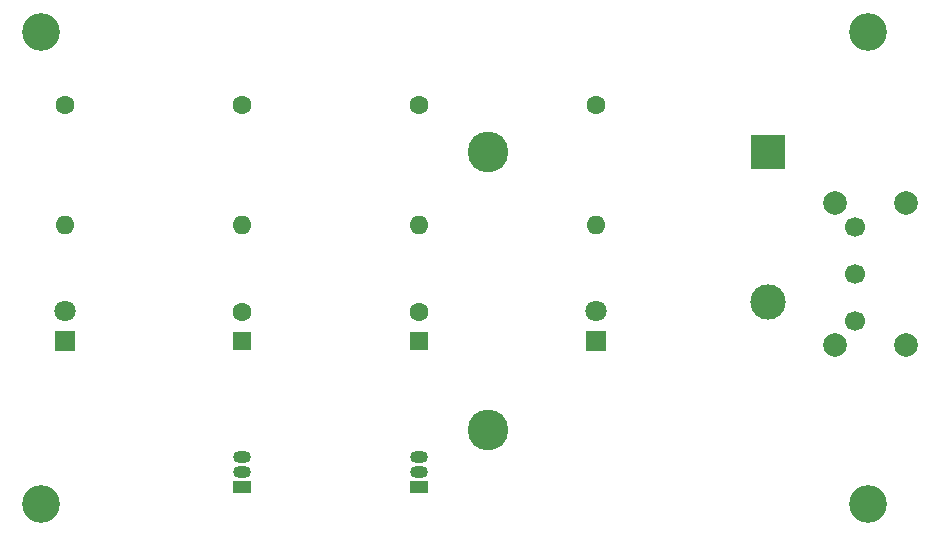
<source format=gbs>
%TF.GenerationSoftware,KiCad,Pcbnew,8.0.0*%
%TF.CreationDate,2024-07-24T00:08:36-04:00*%
%TF.ProjectId,led_blinky,6c65645f-626c-4696-9e6b-792e6b696361,rev?*%
%TF.SameCoordinates,Original*%
%TF.FileFunction,Soldermask,Bot*%
%TF.FilePolarity,Negative*%
%FSLAX46Y46*%
G04 Gerber Fmt 4.6, Leading zero omitted, Abs format (unit mm)*
G04 Created by KiCad (PCBNEW 8.0.0) date 2024-07-24 00:08:36*
%MOMM*%
%LPD*%
G01*
G04 APERTURE LIST*
%ADD10C,1.700000*%
%ADD11C,2.000000*%
%ADD12C,3.200000*%
%ADD13R,1.500000X1.050000*%
%ADD14O,1.500000X1.050000*%
%ADD15C,1.800000*%
%ADD16R,1.800000X1.800000*%
%ADD17R,1.600000X1.600000*%
%ADD18C,1.600000*%
%ADD19O,1.600000X1.600000*%
%ADD20C,3.000000*%
%ADD21R,3.000000X3.000000*%
%ADD22C,3.450000*%
G04 APERTURE END LIST*
D10*
%TO.C,SW1*%
X223925000Y-71500000D03*
X223925000Y-75500000D03*
X223925000Y-79500000D03*
D11*
X228175000Y-69500000D03*
X222175000Y-69500000D03*
X228175000Y-81500000D03*
X222175000Y-81500000D03*
%TD*%
D12*
%TO.C,H1*%
X155000000Y-55000000D03*
%TD*%
D13*
%TO.C,Q1*%
X186950000Y-93500000D03*
D14*
X186950000Y-92230000D03*
X186950000Y-90960000D03*
%TD*%
D13*
%TO.C,Q2*%
X172000000Y-93500000D03*
D14*
X172000000Y-92230000D03*
X172000000Y-90960000D03*
%TD*%
D12*
%TO.C,H4*%
X155000000Y-95000000D03*
%TD*%
D15*
%TO.C,D1*%
X202000000Y-78635000D03*
D16*
X202000000Y-81175000D03*
%TD*%
D17*
%TO.C,C2*%
X172000000Y-81182380D03*
D18*
X172000000Y-78682380D03*
%TD*%
D19*
%TO.C,R2*%
X187000000Y-71380000D03*
D18*
X187000000Y-61220000D03*
%TD*%
D12*
%TO.C,H2*%
X225000000Y-55000000D03*
%TD*%
D16*
%TO.C,D2*%
X157000000Y-81175000D03*
D15*
X157000000Y-78635000D03*
%TD*%
D19*
%TO.C,R1*%
X202000000Y-71380000D03*
D18*
X202000000Y-61220000D03*
%TD*%
D19*
%TO.C,R4*%
X157000000Y-71380000D03*
D18*
X157000000Y-61220000D03*
%TD*%
D17*
%TO.C,C1*%
X187000000Y-81182379D03*
D18*
X187000000Y-78682379D03*
%TD*%
%TO.C,R3*%
X172000000Y-61220000D03*
D19*
X172000000Y-71380000D03*
%TD*%
D20*
%TO.C,BT1*%
X216500000Y-77900000D03*
D21*
X216500000Y-65200000D03*
D22*
X192780000Y-88700000D03*
X192780000Y-65200000D03*
%TD*%
D12*
%TO.C,H3*%
X225000000Y-95000000D03*
%TD*%
M02*

</source>
